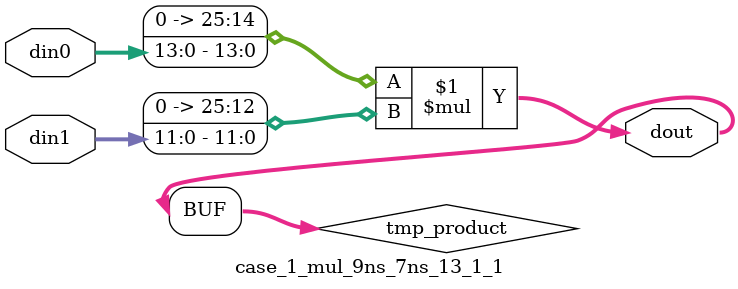
<source format=v>

`timescale 1 ns / 1 ps

 (* use_dsp = "no" *)  module case_1_mul_9ns_7ns_13_1_1(din0, din1, dout);
parameter ID = 1;
parameter NUM_STAGE = 0;
parameter din0_WIDTH = 14;
parameter din1_WIDTH = 12;
parameter dout_WIDTH = 26;

input [din0_WIDTH - 1 : 0] din0; 
input [din1_WIDTH - 1 : 0] din1; 
output [dout_WIDTH - 1 : 0] dout;

wire signed [dout_WIDTH - 1 : 0] tmp_product;
























assign tmp_product = $signed({1'b0, din0}) * $signed({1'b0, din1});











assign dout = tmp_product;





















endmodule

</source>
